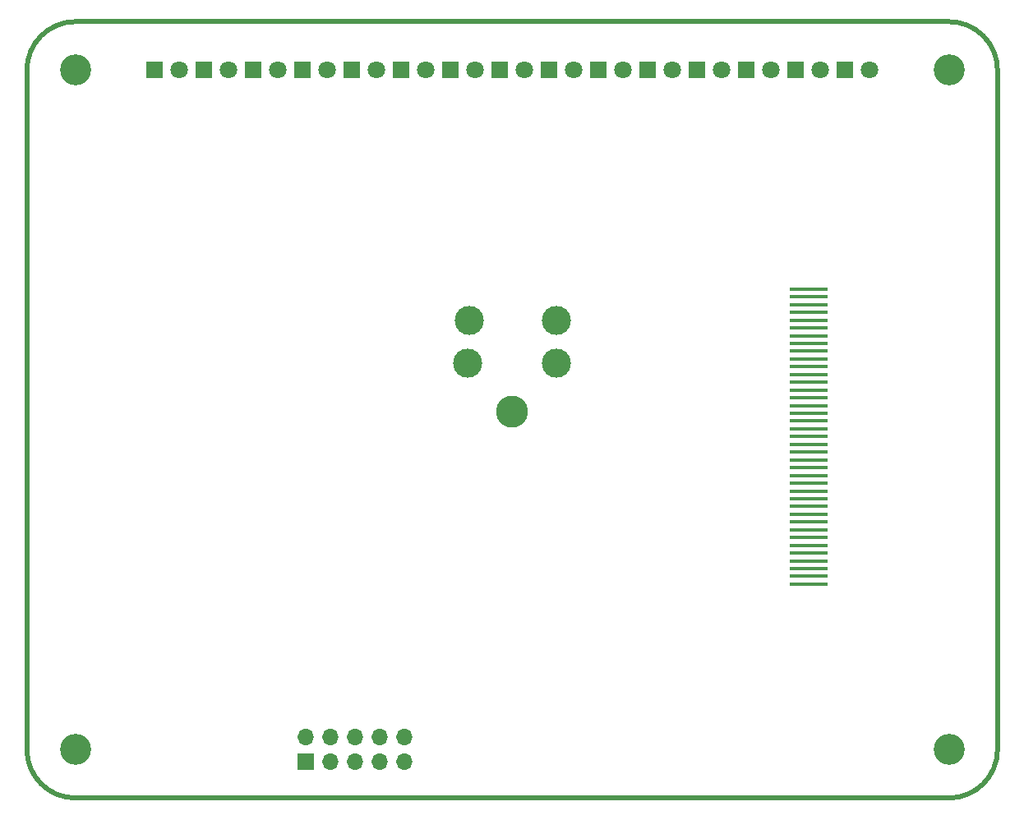
<source format=gbr>
G04 #@! TF.GenerationSoftware,KiCad,Pcbnew,(5.1.8)-1*
G04 #@! TF.CreationDate,2021-02-11T17:25:07-06:00*
G04 #@! TF.ProjectId,CANDash 2,43414e44-6173-4682-9032-2e6b69636164,2A*
G04 #@! TF.SameCoordinates,Original*
G04 #@! TF.FileFunction,Soldermask,Bot*
G04 #@! TF.FilePolarity,Negative*
%FSLAX46Y46*%
G04 Gerber Fmt 4.6, Leading zero omitted, Abs format (unit mm)*
G04 Created by KiCad (PCBNEW (5.1.8)-1) date 2021-02-11 17:25:07*
%MOMM*%
%LPD*%
G01*
G04 APERTURE LIST*
G04 #@! TA.AperFunction,Profile*
%ADD10C,0.508000*%
G04 #@! TD*
%ADD11R,4.000000X0.400000*%
%ADD12C,3.300000*%
%ADD13C,3.000000*%
%ADD14C,3.200000*%
%ADD15O,1.700000X1.700000*%
%ADD16R,1.700000X1.700000*%
%ADD17R,1.800000X1.800000*%
%ADD18C,1.800000*%
G04 APERTURE END LIST*
D10*
X105000000Y-65000000D02*
X195000000Y-65000000D01*
X200000000Y-70000000D02*
X200000000Y-140000000D01*
X200000000Y-70000000D02*
G75*
G03*
X195000000Y-65000000I-5000000J0D01*
G01*
X100000000Y-70000000D02*
X100000000Y-140000000D01*
X105000000Y-65000000D02*
G75*
G03*
X100000000Y-70000000I0J-5000000D01*
G01*
X195000000Y-145000000D02*
X105000000Y-145000000D01*
X195000000Y-145000000D02*
G75*
G03*
X200000000Y-140000000I0J5000000D01*
G01*
X100000000Y-140000000D02*
G75*
G03*
X105000000Y-145000000I5000000J0D01*
G01*
D11*
X180510000Y-122960000D03*
X180510000Y-122160000D03*
X180510000Y-121360000D03*
X180510000Y-120560000D03*
X180510000Y-119760000D03*
X180510000Y-118960000D03*
X180510000Y-118160000D03*
X180510000Y-117360000D03*
X180510000Y-116560000D03*
X180510000Y-115760000D03*
X180510000Y-114960000D03*
X180510000Y-114160000D03*
X180510000Y-113360000D03*
X180510000Y-112560000D03*
X180510000Y-111760000D03*
X180510000Y-110960000D03*
X180510000Y-110160000D03*
X180510000Y-109360000D03*
X180510000Y-108560000D03*
X180510000Y-107760000D03*
X180510000Y-106960000D03*
X180510000Y-106160000D03*
X180510000Y-105360000D03*
X180510000Y-104560000D03*
X180510000Y-103760000D03*
X180510000Y-102960000D03*
X180510000Y-102160000D03*
X180510000Y-101360000D03*
X180510000Y-100560000D03*
X180510000Y-99760000D03*
X180510000Y-98960000D03*
X180510000Y-98160000D03*
X180510000Y-97360000D03*
X180510000Y-96560000D03*
X180510000Y-95760000D03*
X180510000Y-94960000D03*
X180510000Y-94160000D03*
X180510000Y-93360000D03*
X180510000Y-92560000D03*
D12*
X150000000Y-105180000D03*
D13*
X145550000Y-95790000D03*
X145450000Y-100210000D03*
X154550000Y-100210000D03*
X154550000Y-95790000D03*
D14*
X195000000Y-140000000D03*
X105000000Y-140000000D03*
X195000000Y-70000000D03*
X105000000Y-70000000D03*
D15*
X138860000Y-138730000D03*
X138860000Y-141270000D03*
X136320000Y-138730000D03*
X136320000Y-141270000D03*
X133780000Y-138730000D03*
X133780000Y-141270000D03*
X131240000Y-138730000D03*
X131240000Y-141270000D03*
X128700000Y-138730000D03*
D16*
X128700000Y-141270000D03*
D17*
X113170000Y-70000000D03*
D18*
X115710000Y-70000000D03*
D17*
X118250000Y-70000000D03*
D18*
X120790000Y-70000000D03*
D17*
X123330000Y-70000000D03*
D18*
X125870000Y-70000000D03*
D17*
X128410000Y-70000000D03*
D18*
X130950000Y-70000000D03*
D17*
X133490000Y-70000000D03*
D18*
X136030000Y-70000000D03*
D17*
X138570000Y-70000000D03*
D18*
X141110000Y-70000000D03*
D17*
X143650000Y-70000000D03*
D18*
X146190000Y-70000000D03*
D17*
X148730000Y-70000000D03*
D18*
X151270000Y-70000000D03*
D17*
X153810000Y-70000000D03*
D18*
X156350000Y-70000000D03*
D17*
X158890000Y-70000000D03*
D18*
X161430000Y-70000000D03*
D17*
X163970000Y-70000000D03*
D18*
X166510000Y-70000000D03*
D17*
X169050000Y-70000000D03*
D18*
X171590000Y-70000000D03*
D17*
X174130000Y-70000000D03*
D18*
X176670000Y-70000000D03*
D17*
X179210000Y-70000000D03*
D18*
X181750000Y-70000000D03*
D17*
X184290000Y-70000000D03*
D18*
X186830000Y-70000000D03*
M02*

</source>
